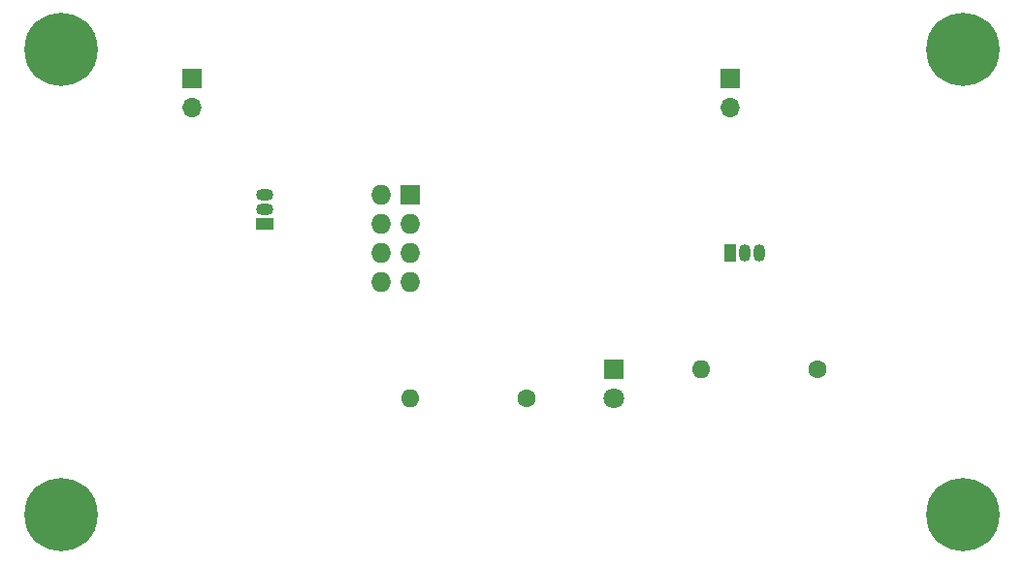
<source format=gbr>
%TF.GenerationSoftware,KiCad,Pcbnew,6.0.11-2627ca5db0~126~ubuntu20.04.1*%
%TF.CreationDate,2023-06-27T09:44:52-05:00*%
%TF.ProjectId,runLimiter,72756e4c-696d-4697-9465-722e6b696361,01*%
%TF.SameCoordinates,Original*%
%TF.FileFunction,Soldermask,Top*%
%TF.FilePolarity,Negative*%
%FSLAX46Y46*%
G04 Gerber Fmt 4.6, Leading zero omitted, Abs format (unit mm)*
G04 Created by KiCad (PCBNEW 6.0.11-2627ca5db0~126~ubuntu20.04.1) date 2023-06-27 09:44:52*
%MOMM*%
%LPD*%
G01*
G04 APERTURE LIST*
%ADD10C,6.400000*%
%ADD11R,1.727200X1.727200*%
%ADD12O,1.727200X1.727200*%
%ADD13C,1.600000*%
%ADD14O,1.600000X1.600000*%
%ADD15R,1.800000X1.800000*%
%ADD16C,1.800000*%
%ADD17R,1.700000X1.700000*%
%ADD18O,1.700000X1.700000*%
%ADD19R,1.500000X1.050000*%
%ADD20O,1.500000X1.050000*%
%ADD21R,1.050000X1.500000*%
%ADD22O,1.050000X1.500000*%
G04 APERTURE END LIST*
D10*
%TO.C,REF\u002A\u002A*%
X81280000Y-109220000D03*
%TD*%
%TO.C,REF\u002A\u002A*%
X160020000Y-109220000D03*
%TD*%
%TO.C,REF\u002A\u002A*%
X160020000Y-68580000D03*
%TD*%
%TO.C,REF\u002A\u002A*%
X81280000Y-68580000D03*
%TD*%
D11*
%TO.C,U2*%
X111760000Y-81280000D03*
D12*
X109220000Y-81280000D03*
X111760000Y-83820000D03*
X109220000Y-83820000D03*
X111760000Y-86360000D03*
X109220000Y-86360000D03*
X111760000Y-88900000D03*
X109220000Y-88900000D03*
%TD*%
D13*
%TO.C,R2*%
X147320000Y-96520000D03*
D14*
X137160000Y-96520000D03*
%TD*%
D13*
%TO.C,R1*%
X121920000Y-99060000D03*
D14*
X111760000Y-99060000D03*
%TD*%
D15*
%TO.C,D1*%
X129540000Y-96520000D03*
D16*
X129540000Y-99060000D03*
%TD*%
D17*
%TO.C,J2*%
X139700000Y-71120000D03*
D18*
X139700000Y-73660000D03*
%TD*%
D17*
%TO.C,J1*%
X92680000Y-71120000D03*
D18*
X92680000Y-73660000D03*
%TD*%
D19*
%TO.C,U1*%
X99060000Y-83820000D03*
D20*
X99060000Y-82550000D03*
X99060000Y-81280000D03*
%TD*%
D21*
%TO.C,Q1*%
X139700000Y-86360000D03*
D22*
X140970000Y-86360000D03*
X142240000Y-86360000D03*
%TD*%
M02*

</source>
